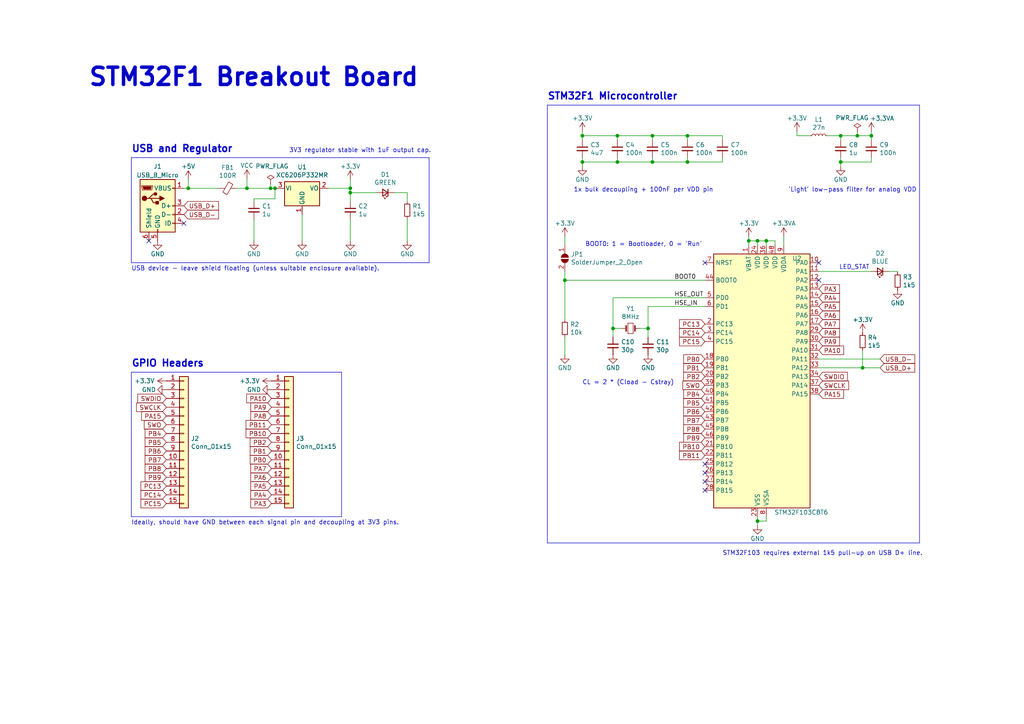
<source format=kicad_sch>
(kicad_sch (version 20230121) (generator eeschema)
  (paper "A4")
  (title_block (title "STM32F1 Breakout Board") (date "2020-11-21") (rev "V1.0") (company "Phil's Lab") (comment 1 "www.youtube.com/c/phils94"))
  (lib_symbols
    (symbol "Connector:USB_B_Micro" (pin_names (offset 1.016))
      (property "Reference" "J" (at -5.08 11.43 0))
      (property "Value" "USB_B_Micro" (at -5.08 8.89 0))
      (symbol "USB_B_Micro_0_1"
        (rectangle (start -5.08 -7.62) (end 5.08 7.62) (stroke (width 0.254)) (fill (type background)))
        (circle (center -3.81 2.159) (radius 0.635) (stroke (width 0.254)) (fill (type outline)))
        (circle (center -0.635 3.429) (radius 0.381) (stroke (width 0.254)) (fill (type outline)))
        (rectangle (start -0.127 -7.62) (end 0.127 -6.858))
        (polyline (pts (xy -1.905 2.159) (xy 0.635 2.159)) (stroke (width 0.254)))
        (polyline (pts (xy -3.175 2.159) (xy -2.54 2.159) (xy -1.27 3.429) (xy -0.635 3.429)) (stroke (width 0.254)))
        (polyline (pts (xy -2.54 2.159) (xy -1.905 2.159) (xy -1.27 0.889) (xy 0 0.889)) (stroke (width 0.254)))
        (polyline (pts (xy 0.635 2.794) (xy 0.635 1.524) (xy 1.905 2.159) (xy 0.635 2.794)) (stroke (width 0.254)) (fill (type outline)))
        (polyline (pts (xy -4.318 5.588) (xy -1.778 5.588) (xy -2.032 4.826) (xy -4.064 4.826) (xy -4.318 5.588)) (fill (type outline)))
        (polyline (pts (xy -4.699 5.842) (xy -4.699 5.588) (xy -4.445 4.826) (xy -4.445 4.572) (xy -1.651 4.572) (xy -1.651 4.826) (xy -1.397 5.588) (xy -1.397 5.842) (xy -4.699 5.842)))
        (rectangle (start 0.254 1.27) (end -0.508 0.508) (stroke (width 0.254)) (fill (type outline)))
        (rectangle (start 5.08 -5.207) (end 4.318 -4.953))
        (rectangle (start 5.08 -2.667) (end 4.318 -2.413))
        (rectangle (start 5.08 -0.127) (end 4.318 0.127))
        (rectangle (start 5.08 4.953) (end 4.318 5.207))
      )
      (symbol "USB_B_Micro_1_1"
        (pin power_out line (at 7.62 5.08 180) (length 2.54) (name "VBUS") (number "1"))
        (pin bidirectional line (at 7.62 -2.54 180) (length 2.54) (name "D-") (number "2"))
        (pin bidirectional line (at 7.62 0 180) (length 2.54) (name "D+") (number "3"))
        (pin passive line (at 7.62 -5.08 180) (length 2.54) (name "ID") (number "4"))
        (pin power_out line (at 0 -10.16 90) (length 2.54) (name "GND") (number "5"))
        (pin passive line (at -2.54 -10.16 90) (length 2.54) (name "Shield") (number "6"))
      )
    )
    (symbol "Connector_Generic:Conn_01x15" (pin_names (offset 1.016) hide)
      (property "Reference" "J" (at 0 20.32 0))
      (property "Value" "Conn_01x15" (at 0 -20.32 0))
      (symbol "Conn_01x15_1_1"
        (rectangle (start -1.27 -17.653) (end 0 -17.907) (stroke (width 0.1524)))
        (rectangle (start -1.27 -15.113) (end 0 -15.367) (stroke (width 0.1524)))
        (rectangle (start -1.27 -12.573) (end 0 -12.827) (stroke (width 0.1524)))
        (rectangle (start -1.27 -10.033) (end 0 -10.287) (stroke (width 0.1524)))
        (rectangle (start -1.27 -7.493) (end 0 -7.747) (stroke (width 0.1524)))
        (rectangle (start -1.27 -4.953) (end 0 -5.207) (stroke (width 0.1524)))
        (rectangle (start -1.27 -2.413) (end 0 -2.667) (stroke (width 0.1524)))
        (rectangle (start -1.27 0.127) (end 0 -0.127) (stroke (width 0.1524)))
        (rectangle (start -1.27 2.667) (end 0 2.413) (stroke (width 0.1524)))
        (rectangle (start -1.27 5.207) (end 0 4.953) (stroke (width 0.1524)))
        (rectangle (start -1.27 7.747) (end 0 7.493) (stroke (width 0.1524)))
        (rectangle (start -1.27 10.287) (end 0 10.033) (stroke (width 0.1524)))
        (rectangle (start -1.27 12.827) (end 0 12.573) (stroke (width 0.1524)))
        (rectangle (start -1.27 15.367) (end 0 15.113) (stroke (width 0.1524)))
        (rectangle (start -1.27 17.907) (end 0 17.653) (stroke (width 0.1524)))
        (rectangle (start -1.27 19.05) (end 1.27 -19.05) (stroke (width 0.254)) (fill (type background)))
        (pin passive line (at -5.08 17.78 0) (length 3.81) (name "Pin_1") (number "1"))
        (pin passive line (at -5.08 -5.08 0) (length 3.81) (name "Pin_10") (number "10"))
        (pin passive line (at -5.08 -7.62 0) (length 3.81) (name "Pin_11") (number "11"))
        (pin passive line (at -5.08 -10.16 0) (length 3.81) (name "Pin_12") (number "12"))
        (pin passive line (at -5.08 -12.7 0) (length 3.81) (name "Pin_13") (number "13"))
        (pin passive line (at -5.08 -15.24 0) (length 3.81) (name "Pin_14") (number "14"))
        (pin passive line (at -5.08 -17.78 0) (length 3.81) (name "Pin_15") (number "15"))
        (pin passive line (at -5.08 15.24 0) (length 3.81) (name "Pin_2") (number "2"))
        (pin passive line (at -5.08 12.7 0) (length 3.81) (name "Pin_3") (number "3"))
        (pin passive line (at -5.08 10.16 0) (length 3.81) (name "Pin_4") (number "4"))
        (pin passive line (at -5.08 7.62 0) (length 3.81) (name "Pin_5") (number "5"))
        (pin passive line (at -5.08 5.08 0) (length 3.81) (name "Pin_6") (number "6"))
        (pin passive line (at -5.08 2.54 0) (length 3.81) (name "Pin_7") (number "7"))
        (pin passive line (at -5.08 0 0) (length 3.81) (name "Pin_8") (number "8"))
        (pin passive line (at -5.08 -2.54 0) (length 3.81) (name "Pin_9") (number "9"))
      )
    )
    (symbol "Device:C_Small" (pin_numbers hide) (pin_names (offset 0.254) hide)
      (property "Reference" "C" (at 0.254 1.778 0))
      (property "Value" "C_Small" (at 0.254 -2.032 0))
      (symbol "C_Small_0_1"
        (polyline (pts (xy -1.524 -0.508) (xy 1.524 -0.508)) (stroke (width 0.3302)))
        (polyline (pts (xy -1.524 0.508) (xy 1.524 0.508)) (stroke (width 0.3048)))
      )
      (symbol "C_Small_1_1"
        (pin passive line (at 0 2.54 270) (length 2.032) (name "~") (number "1"))
        (pin passive line (at 0 -2.54 90) (length 2.032) (name "~") (number "2"))
      )
    )
    (symbol "Device:Crystal_Small" (pin_numbers hide) (pin_names (offset 1.016) hide)
      (property "Reference" "Y" (at 0 2.54 0))
      (property "Value" "Crystal_Small" (at 0 -2.54 0))
      (symbol "Crystal_Small_0_1"
        (rectangle (start -0.762 -1.524) (end 0.762 1.524))
        (polyline (pts (xy -1.27 -0.762) (xy -1.27 0.762)) (stroke (width 0.381)))
        (polyline (pts (xy 1.27 -0.762) (xy 1.27 0.762)) (stroke (width 0.381)))
      )
      (symbol "Crystal_Small_1_1"
        (pin passive line (at -2.54 0 0) (length 1.27) (name "1") (number "1"))
        (pin passive line (at 2.54 0 180) (length 1.27) (name "2") (number "2"))
      )
    )
    (symbol "Device:FerriteBead_Small" (pin_numbers hide) (pin_names (offset 0))
      (property "Reference" "FB" (at 1.905 1.27 0))
      (property "Value" "FerriteBead_Small" (at 1.905 -1.27 0))
      (symbol "FerriteBead_Small_0_1"
        (polyline (pts (xy 0 -1.27) (xy 0 -0.7874)))
        (polyline (pts (xy 0 0.889) (xy 0 1.2954)))
        (polyline (pts (xy -1.8288 0.2794) (xy -1.1176 1.4986) (xy 1.8288 -0.2032) (xy 1.1176 -1.4224) (xy -1.8288 0.2794)))
      )
      (symbol "FerriteBead_Small_1_1"
        (pin passive line (at 0 2.54 270) (length 1.27) (name "~") (number "1"))
        (pin passive line (at 0 -2.54 90) (length 1.27) (name "~") (number "2"))
      )
    )
    (symbol "Device:LED_Small" (pin_numbers hide) (pin_names (offset 0.254) hide)
      (property "Reference" "D" (at -1.27 3.175 0))
      (property "Value" "LED_Small" (at -4.445 -2.54 0))
      (symbol "LED_Small_0_1"
        (polyline (pts (xy -0.762 -1.016) (xy -0.762 1.016)) (stroke (width 0.254)))
        (polyline (pts (xy 1.016 0) (xy -0.762 0)))
        (polyline (pts (xy 0.762 -1.016) (xy -0.762 0) (xy 0.762 1.016) (xy 0.762 -1.016)) (stroke (width 0.254)))
        (polyline (pts (xy 0 0.762) (xy -0.508 1.27) (xy -0.254 1.27) (xy -0.508 1.27) (xy -0.508 1.016)))
        (polyline (pts (xy 0.508 1.27) (xy 0 1.778) (xy 0.254 1.778) (xy 0 1.778) (xy 0 1.524)))
      )
      (symbol "LED_Small_1_1"
        (pin passive line (at -2.54 0 0) (length 1.778) (name "K") (number "1"))
        (pin passive line (at 2.54 0 180) (length 1.778) (name "A") (number "2"))
      )
    )
    (symbol "Device:L_Small" (pin_numbers hide) (pin_names (offset 0.254) hide)
      (property "Reference" "L" (at 0.762 1.016 0))
      (property "Value" "L_Small" (at 0.762 -1.016 0))
      (symbol "L_Small_0_1"
        (arc (start 0 -2.032) (mid 0.5058 -1.524) (end 0 -1.016))
        (arc (start 0 -1.016) (mid 0.5058 -0.508) (end 0 0))
        (arc (start 0 0) (mid 0.5058 0.508) (end 0 1.016))
        (arc (start 0 1.016) (mid 0.5058 1.524) (end 0 2.032))
      )
      (symbol "L_Small_1_1"
        (pin passive line (at 0 2.54 270) (length 0.508) (name "~") (number "1"))
        (pin passive line (at 0 -2.54 90) (length 0.508) (name "~") (number "2"))
      )
    )
    (symbol "Device:R_Small" (pin_numbers hide) (pin_names (offset 0.254) hide)
      (property "Reference" "R" (at 0.762 0.508 0))
      (property "Value" "R_Small" (at 0.762 -1.016 0))
      (symbol "R_Small_0_1"
        (rectangle (start -0.762 1.778) (end 0.762 -1.778) (stroke (width 0.2032)))
      )
      (symbol "R_Small_1_1"
        (pin passive line (at 0 2.54 270) (length 0.762) (name "~") (number "1"))
        (pin passive line (at 0 -2.54 90) (length 0.762) (name "~") (number "2"))
      )
    )
    (symbol "Jumper:SolderJumper_2_Open" (pin_names (offset 0) hide)
      (property "Reference" "JP" (at 0 2.032 0))
      (property "Value" "SolderJumper_2_Open" (at 0 -2.54 0))
      (symbol "SolderJumper_2_Open_0_1"
        (arc (start -0.254 1.016) (mid -1.2656 0) (end -0.254 -1.016))
        (arc (start -0.254 1.016) (mid -1.2656 0) (end -0.254 -1.016) (fill (type outline)))
        (polyline (pts (xy -0.254 1.016) (xy -0.254 -1.016)))
        (polyline (pts (xy 0.254 1.016) (xy 0.254 -1.016)))
        (arc (start 0.254 -1.016) (mid 1.2656 0) (end 0.254 1.016))
        (arc (start 0.254 -1.016) (mid 1.2656 0) (end 0.254 1.016) (fill (type outline)))
      )
      (symbol "SolderJumper_2_Open_1_1"
        (pin passive line (at -3.81 0 0) (length 2.54) (name "A") (number "1"))
        (pin passive line (at 3.81 0 180) (length 2.54) (name "B") (number "2"))
      )
    )
    (symbol "MCU_ST_STM32F1:STM32F103C8Tx"
      (property "Reference" "U" (at -12.7 39.37 0))
      (property "Value" "STM32F103C8Tx" (at 10.16 39.37 0))
      (symbol "STM32F103C8Tx_0_1"
        (rectangle (start -12.7 -35.56) (end 15.24 38.1) (stroke (width 0.254)) (fill (type background)))
      )
      (symbol "STM32F103C8Tx_1_1"
        (pin power_in line (at -2.54 40.64 270) (length 2.54) (name "VBAT") (number "1"))
        (pin bidirectional line (at 17.78 35.56 180) (length 2.54) (name "PA0") (number "10"))
        (pin bidirectional line (at 17.78 33.02 180) (length 2.54) (name "PA1") (number "11"))
        (pin bidirectional line (at 17.78 30.48 180) (length 2.54) (name "PA2") (number "12"))
        (pin bidirectional line (at 17.78 27.94 180) (length 2.54) (name "PA3") (number "13"))
        (pin bidirectional line (at 17.78 25.4 180) (length 2.54) (name "PA4") (number "14"))
        (pin bidirectional line (at 17.78 22.86 180) (length 2.54) (name "PA5") (number "15"))
        (pin bidirectional line (at 17.78 20.32 180) (length 2.54) (name "PA6") (number "16"))
        (pin bidirectional line (at 17.78 17.78 180) (length 2.54) (name "PA7") (number "17"))
        (pin bidirectional line (at -15.24 7.62 0) (length 2.54) (name "PB0") (number "18"))
        (pin bidirectional line (at -15.24 5.08 0) (length 2.54) (name "PB1") (number "19"))
        (pin bidirectional line (at -15.24 17.78 0) (length 2.54) (name "PC13") (number "2"))
        (pin bidirectional line (at -15.24 2.54 0) (length 2.54) (name "PB2") (number "20"))
        (pin bidirectional line (at -15.24 -17.78 0) (length 2.54) (name "PB10") (number "21"))
        (pin bidirectional line (at -15.24 -20.32 0) (length 2.54) (name "PB11") (number "22"))
        (pin power_in line (at 0 -38.1 90) (length 2.54) (name "VSS") (number "23"))
        (pin power_in line (at 0 40.64 270) (length 2.54) (name "VDD") (number "24"))
        (pin bidirectional line (at -15.24 -22.86 0) (length 2.54) (name "PB12") (number "25"))
        (pin bidirectional line (at -15.24 -25.4 0) (length 2.54) (name "PB13") (number "26"))
        (pin bidirectional line (at -15.24 -27.94 0) (length 2.54) (name "PB14") (number "27"))
        (pin bidirectional line (at -15.24 -30.48 0) (length 2.54) (name "PB15") (number "28"))
        (pin bidirectional line (at 17.78 15.24 180) (length 2.54) (name "PA8") (number "29"))
        (pin bidirectional line (at -15.24 15.24 0) (length 2.54) (name "PC14") (number "3"))
        (pin bidirectional line (at 17.78 12.7 180) (length 2.54) (name "PA9") (number "30"))
        (pin bidirectional line (at 17.78 10.16 180) (length 2.54) (name "PA10") (number "31"))
        (pin bidirectional line (at 17.78 7.62 180) (length 2.54) (name "PA11") (number "32"))
        (pin bidirectional line (at 17.78 5.08 180) (length 2.54) (name "PA12") (number "33"))
        (pin bidirectional line (at 17.78 2.54 180) (length 2.54) (name "PA13") (number "34"))
        (pin passive line (at 0 -38.1 90) (length 2.54) hide (name "VSS") (number "35"))
        (pin power_in line (at 2.54 40.64 270) (length 2.54) (name "VDD") (number "36"))
        (pin bidirectional line (at 17.78 0 180) (length 2.54) (name "PA14") (number "37"))
        (pin bidirectional line (at 17.78 -2.54 180) (length 2.54) (name "PA15") (number "38"))
        (pin bidirectional line (at -15.24 0 0) (length 2.54) (name "PB3") (number "39"))
        (pin bidirectional line (at -15.24 12.7 0) (length 2.54) (name "PC15") (number "4"))
        (pin bidirectional line (at -15.24 -2.54 0) (length 2.54) (name "PB4") (number "40"))
        (pin bidirectional line (at -15.24 -5.08 0) (length 2.54) (name "PB5") (number "41"))
        (pin bidirectional line (at -15.24 -7.62 0) (length 2.54) (name "PB6") (number "42"))
        (pin bidirectional line (at -15.24 -10.16 0) (length 2.54) (name "PB7") (number "43"))
        (pin input line (at -15.24 30.48 0) (length 2.54) (name "BOOT0") (number "44"))
        (pin bidirectional line (at -15.24 -12.7 0) (length 2.54) (name "PB8") (number "45"))
        (pin bidirectional line (at -15.24 -15.24 0) (length 2.54) (name "PB9") (number "46"))
        (pin passive line (at 0 -38.1 90) (length 2.54) hide (name "VSS") (number "47"))
        (pin power_in line (at 5.08 40.64 270) (length 2.54) (name "VDD") (number "48"))
        (pin bidirectional line (at -15.24 25.4 0) (length 2.54) (name "PD0") (number "5"))
        (pin bidirectional line (at -15.24 22.86 0) (length 2.54) (name "PD1") (number "6"))
        (pin input line (at -15.24 35.56 0) (length 2.54) (name "NRST") (number "7"))
        (pin power_in line (at 2.54 -38.1 90) (length 2.54) (name "VSSA") (number "8"))
        (pin power_in line (at 7.62 40.64 270) (length 2.54) (name "VDDA") (number "9"))
      )
    )
    (symbol "Regulator_Linear:XC6206PxxxMR" (pin_names (offset 0.254))
      (property "Reference" "U" (at -3.81 3.175 0))
      (property "Value" "XC6206PxxxMR" (at 0 3.175 0))
      (symbol "XC6206PxxxMR_0_1"
        (rectangle (start -5.08 1.905) (end 5.08 -5.08) (stroke (width 0.254)) (fill (type background)))
      )
      (symbol "XC6206PxxxMR_1_1"
        (pin power_in line (at 0 -7.62 90) (length 2.54) (name "GND") (number "1"))
        (pin power_out line (at 7.62 0 180) (length 2.54) (name "VO") (number "2"))
        (pin power_in line (at -7.62 0 0) (length 2.54) (name "VI") (number "3"))
      )
    )
    (symbol "power:+3.3V" (power) (pin_names (offset 0))
      (property "Value" "+3.3V" (at 0 3.556 0))
      (symbol "+3.3V_0_1"
        (polyline (pts (xy -0.762 1.27) (xy 0 2.54)))
        (polyline (pts (xy 0 0) (xy 0 2.54)))
        (polyline (pts (xy 0 2.54) (xy 0.762 1.27)))
      )
      (symbol "+3.3V_1_1"
        (pin power_in line (at 0 0 90) (length 0) hide (name "+3.3V") (number "1"))
      )
    )
    (symbol "power:+3.3VA" (power) (pin_names (offset 0))
      (property "Value" "+3.3VA" (at 0 3.556 0))
      (symbol "+3.3VA_0_1"
        (polyline (pts (xy -0.762 1.27) (xy 0 2.54)))
        (polyline (pts (xy 0 0) (xy 0 2.54)))
        (polyline (pts (xy 0 2.54) (xy 0.762 1.27)))
      )
      (symbol "+3.3VA_1_1"
        (pin power_in line (at 0 0 90) (length 0) hide (name "+3.3VA") (number "1"))
      )
    )
    (symbol "power:+5V" (power) (pin_names (offset 0))
      (property "Value" "+5V" (at 0 3.556 0))
      (symbol "+5V_0_1"
        (polyline (pts (xy -0.762 1.27) (xy 0 2.54)))
        (polyline (pts (xy 0 0) (xy 0 2.54)))
        (polyline (pts (xy 0 2.54) (xy 0.762 1.27)))
      )
      (symbol "+5V_1_1"
        (pin power_in line (at 0 0 90) (length 0) hide (name "+5V") (number "1"))
      )
    )
    (symbol "power:GND" (power) (pin_names (offset 0))
      (property "Value" "GND" (at 0 -3.81 0))
      (symbol "GND_0_1"
        (polyline (pts (xy 0 0) (xy 0 -1.27) (xy 1.27 -1.27) (xy 0 -2.54) (xy -1.27 -1.27) (xy 0 -1.27)))
      )
      (symbol "GND_1_1"
        (pin power_in line (at 0 0 270) (length 0) hide (name "GND") (number "1"))
      )
    )
    (symbol "power:PWR_FLAG" (power) (pin_numbers hide) (pin_names (offset 0) hide)
      (property "Value" "PWR_FLAG" (at 0 3.81 0))
      (symbol "PWR_FLAG_0_0"
        (pin power_out line (at 0 0 90) (length 0) (name "pwr") (number "1"))
      )
      (symbol "PWR_FLAG_0_1"
        (polyline (pts (xy 0 0) (xy 0 1.27) (xy -1.016 1.905) (xy 0 2.54) (xy 1.016 1.905) (xy 0 1.27)))
      )
    )
    (symbol "power:VCC" (power) (pin_names (offset 0))
      (property "Value" "VCC" (at 0 3.81 0))
      (symbol "VCC_0_1"
        (polyline (pts (xy -0.762 1.27) (xy 0 2.54)))
        (polyline (pts (xy 0 0) (xy 0 2.54)))
        (polyline (pts (xy 0 2.54) (xy 0.762 1.27)))
      )
      (symbol "VCC_1_1"
        (pin power_in line (at 0 0 90) (length 0) hide (name "VCC") (number "1"))
      )
    )
  )
  (junction (at 163.83 81.28))
  (junction (at 177.8 95.25))
  (junction (at 187.96 95.25))
  (junction (at 71.628 54.61))
  (junction (at 199.39 39.37))
  (junction (at 199.39 46.99))
  (junction (at 243.84 46.99))
  (junction (at 101.6 54.61))
  (junction (at 243.84 39.37))
  (junction (at 219.71 69.85))
  (junction (at 168.91 39.37))
  (junction (at 168.91 46.99))
  (junction (at 222.25 69.85))
  (junction (at 219.71 151.13))
  (junction (at 78.486 54.61))
  (junction (at 189.23 39.37))
  (junction (at 250.19 106.68))
  (junction (at 79.756 54.61))
  (junction (at 101.6 55.88))
  (junction (at 179.07 39.37))
  (junction (at 54.61 54.61))
  (junction (at 248.666 39.37))
  (junction (at 217.17 69.85))
  (junction (at 189.23 46.99))
  (junction (at 179.07 46.99))
  (junction (at 252.73 39.37))
  (no_connect (at 204.47 134.62))
  (no_connect (at 204.47 137.16))
  (no_connect (at 43.18 69.85))
  (no_connect (at 204.47 76.2))
  (no_connect (at 204.47 142.24))
  (no_connect (at 53.34 64.77))
  (no_connect (at 237.49 81.28))
  (no_connect (at 204.47 139.7))
  (no_connect (at 237.49 76.2))
  (wire (pts (xy 187.96 88.9) (xy 204.47 88.9)))
  (wire (pts (xy 168.91 46.99) (xy 179.07 46.99)))
  (wire (pts (xy 163.83 81.28) (xy 163.83 92.71)))
  (wire (pts (xy 252.73 40.64) (xy 252.73 39.37)))
  (polyline (pts (xy 266.7 157.48) (xy 266.7 30.48)))
  (wire (pts (xy 79.756 54.61) (xy 80.01 54.61)))
  (polyline (pts (xy 124.46 76.2) (xy 124.46 45.72)))
  (wire (pts (xy 199.39 46.99) (xy 209.55 46.99)))
  (wire (pts (xy 237.49 78.74) (xy 252.73 78.74)))
  (wire (pts (xy 177.8 97.79) (xy 177.8 95.25)))
  (wire (pts (xy 219.71 151.13) (xy 222.25 151.13)))
  (wire (pts (xy 177.8 95.25) (xy 180.34 95.25)))
  (wire (pts (xy 231.14 38.1) (xy 231.14 39.37)))
  (wire (pts (xy 189.23 39.37) (xy 179.07 39.37)))
  (polyline (pts (xy 158.75 157.48) (xy 266.7 157.48)))
  (wire (pts (xy 163.83 78.74) (xy 163.83 81.28)))
  (wire (pts (xy 199.39 40.64) (xy 199.39 39.37)))
  (wire (pts (xy 219.71 71.12) (xy 219.71 69.85)))
  (polyline (pts (xy 99.06 149.86) (xy 99.06 107.95)))
  (wire (pts (xy 118.11 55.88) (xy 114.3 55.88)))
  (polyline (pts (xy 38.1 76.2) (xy 124.46 76.2)))
  (wire (pts (xy 179.07 39.37) (xy 168.91 39.37)))
  (wire (pts (xy 209.55 45.72) (xy 209.55 46.99)))
  (wire (pts (xy 168.91 38.1) (xy 168.91 39.37)))
  (wire (pts (xy 101.6 52.07) (xy 101.6 54.61)))
  (polyline (pts (xy 158.75 30.48) (xy 158.75 157.48)))
  (polyline (pts (xy 266.7 30.48) (xy 158.75 30.48)))
  (wire (pts (xy 185.42 95.25) (xy 187.96 95.25)))
  (polyline (pts (xy 38.1 45.72) (xy 38.1 76.2)))
  (wire (pts (xy 95.25 54.61) (xy 101.6 54.61)))
  (wire (pts (xy 217.17 69.85) (xy 217.17 71.12)))
  (wire (pts (xy 109.22 55.88) (xy 101.6 55.88)))
  (wire (pts (xy 54.61 54.61) (xy 63.5 54.61)))
  (wire (pts (xy 163.83 68.58) (xy 163.83 71.12)))
  (wire (pts (xy 204.47 81.28) (xy 163.83 81.28)))
  (wire (pts (xy 217.17 69.85) (xy 219.71 69.85)))
  (wire (pts (xy 177.8 86.36) (xy 177.8 95.25)))
  (wire (pts (xy 71.628 54.61) (xy 78.486 54.61)))
  (wire (pts (xy 79.756 54.61) (xy 79.756 57.658)))
  (wire (pts (xy 71.628 51.816) (xy 71.628 54.61)))
  (wire (pts (xy 227.33 68.58) (xy 227.33 71.12)))
  (wire (pts (xy 101.6 55.88) (xy 101.6 58.42)))
  (wire (pts (xy 73.66 69.85) (xy 73.66 63.5)))
  (wire (pts (xy 222.25 71.12) (xy 222.25 69.85)))
  (wire (pts (xy 240.03 39.37) (xy 243.84 39.37)))
  (polyline (pts (xy 38.1 149.86) (xy 99.06 149.86)))
  (wire (pts (xy 231.14 39.37) (xy 234.95 39.37)))
  (wire (pts (xy 118.11 58.42) (xy 118.11 55.88)))
  (wire (pts (xy 168.91 45.72) (xy 168.91 46.99)))
  (wire (pts (xy 79.756 54.61) (xy 78.486 54.61)))
  (wire (pts (xy 54.61 52.07) (xy 54.61 54.61)))
  (wire (pts (xy 219.71 69.85) (xy 222.25 69.85)))
  (wire (pts (xy 118.11 69.85) (xy 118.11 63.5)))
  (polyline (pts (xy 38.1 107.95) (xy 38.1 149.86)))
  (wire (pts (xy 250.19 106.68) (xy 237.49 106.68)))
  (wire (pts (xy 219.71 152.4) (xy 219.71 151.13)))
  (polyline (pts (xy 38.1 107.95) (xy 99.06 107.95)))
  (wire (pts (xy 224.79 69.85) (xy 224.79 71.12)))
  (wire (pts (xy 187.96 95.25) (xy 187.96 88.9)))
  (wire (pts (xy 243.84 46.99) (xy 252.73 46.99)))
  (wire (pts (xy 255.27 104.14) (xy 237.49 104.14)))
  (wire (pts (xy 179.07 46.99) (xy 189.23 46.99)))
  (wire (pts (xy 73.66 57.658) (xy 73.66 58.42)))
  (wire (pts (xy 189.23 46.99) (xy 199.39 46.99)))
  (wire (pts (xy 168.91 39.37) (xy 168.91 40.64)))
  (wire (pts (xy 78.486 53.34) (xy 78.486 54.61)))
  (wire (pts (xy 209.55 39.37) (xy 199.39 39.37)))
  (polyline (pts (xy 38.1 45.72) (xy 124.46 45.72)))
  (wire (pts (xy 187.96 97.79) (xy 187.96 95.25)))
  (wire (pts (xy 252.73 39.37) (xy 248.666 39.37)))
  (wire (pts (xy 243.84 45.72) (xy 243.84 46.99)))
  (wire (pts (xy 101.6 69.85) (xy 101.6 63.5)))
  (wire (pts (xy 79.756 57.658) (xy 73.66 57.658)))
  (wire (pts (xy 179.07 39.37) (xy 179.07 40.64)))
  (wire (pts (xy 101.6 54.61) (xy 101.6 55.88)))
  (wire (pts (xy 248.666 38.354) (xy 248.666 39.37)))
  (wire (pts (xy 219.71 151.13) (xy 219.71 149.86)))
  (wire (pts (xy 248.666 39.37) (xy 243.84 39.37)))
  (wire (pts (xy 189.23 40.64) (xy 189.23 39.37)))
  (wire (pts (xy 189.23 45.72) (xy 189.23 46.99)))
  (wire (pts (xy 199.39 39.37) (xy 189.23 39.37)))
  (wire (pts (xy 252.73 38.1) (xy 252.73 39.37)))
  (wire (pts (xy 199.39 45.72) (xy 199.39 46.99)))
  (wire (pts (xy 222.25 69.85) (xy 224.79 69.85)))
  (wire (pts (xy 250.19 101.6) (xy 250.19 106.68)))
  (wire (pts (xy 217.17 68.58) (xy 217.17 69.85)))
  (wire (pts (xy 204.47 86.36) (xy 177.8 86.36)))
  (wire (pts (xy 68.58 54.61) (xy 71.628 54.61)))
  (wire (pts (xy 168.91 46.99) (xy 168.91 48.26)))
  (wire (pts (xy 243.84 48.26) (xy 243.84 46.99)))
  (wire (pts (xy 260.35 78.74) (xy 260.35 78.994)))
  (wire (pts (xy 252.73 46.99) (xy 252.73 45.72)))
  (wire (pts (xy 53.34 54.61) (xy 54.61 54.61)))
  (wire (pts (xy 222.25 149.86) (xy 222.25 151.13)))
  (wire (pts (xy 163.83 102.87) (xy 163.83 97.79)))
  (wire (pts (xy 255.27 106.68) (xy 250.19 106.68)))
  (wire (pts (xy 179.07 46.99) (xy 179.07 45.72)))
  (wire (pts (xy 87.63 69.85) (xy 87.63 62.23)))
  (wire (pts (xy 209.55 40.64) (xy 209.55 39.37)))
  (wire (pts (xy 243.84 40.64) (xy 243.84 39.37)))
  (wire (pts (xy 260.35 78.74) (xy 257.81 78.74)))
  (text "3V3 regulator stable with 1uF output cap." (at 83.82 44.45 0) (effects (font (size 1.27 1.27)) (justify left bottom)))
  (text "CL = 2 * (Cload - Cstray)" (at 168.91 111.76 0) (effects (font (size 1.27 1.27)) (justify left bottom)))
  (text "USB device - leave shield floating (unless suitable enclosure available)." (at 38.1 78.74 0) (effects (font (size 1.27 1.27)) (justify left bottom)))
  (text "Ideally, should have GND between each signal pin and decoupling at 3V3 pins." (at 38.1 152.4 0) (effects (font (size 1.27 1.27)) (justify left bottom)))
  (text "STM32F1 Microcontroller" (at 158.75 29.21 0) (effects (font (size 2.0066 2.0066) (thickness 0.4013) bold) (justify left bottom)))
  (text "'Light' low-pass filter for analog VDD" (at 228.6 55.88 0) (effects (font (size 1.27 1.27)) (justify left bottom)))
  (text "USB and Regulator" (at 38.1 44.45 0) (effects (font (size 2.0066 2.0066) (thickness 0.4013) bold) (justify left bottom)))
  (text "STM32F1 Breakout Board" (at 25.4 25.4 0) (effects (font (size 5.0038 5.0038) (thickness 1.0008) bold) (justify left bottom)))
  (text "1x bulk decoupling + 100nF per VDD pin" (at 166.37 55.88 0) (effects (font (size 1.27 1.27)) (justify left bottom)))
  (text "GPIO Headers" (at 38.1 106.68 0) (effects (font (size 2.0066 2.0066) (thickness 0.4013) bold) (justify left bottom)))
  (text "LED_STAT" (at 243.3828 78.3336 0) (effects (font (size 1.27 1.27)) (justify left bottom)))
  (text "STM32F103 requires external 1k5 pull-up on USB D+ line." (at 209.55 161.29 0) (effects (font (size 1.27 1.27)) (justify left bottom)))
  (text "BOOT0: 1 = Bootloader, 0 = 'Run'" (at 169.7228 71.6788 0) (effects (font (size 1.27 1.27)) (justify left bottom)))
  (label "HSE_OUT" (at 195.58 86.36 0))
  (label "BOOT0" (at 195.58 81.28 0))
  (label "HSE_IN" (at 195.58 88.9 0))
  (global_label "PA6" (shape input) (at 237.49 91.44 0) (property "Intersheetrefs" "${INTERSHEET_REFS}" (effects hide)))
  (global_label "PA7" (shape input) (at 78.74 135.89 180) (property "Intersheetrefs" "${INTERSHEET_REFS}" (effects hide)))
  (global_label "PB2" (shape input) (at 78.74 128.27 180) (property "Intersheetrefs" "${INTERSHEET_REFS}" (effects hide)))
  (global_label "PC15" (shape input) (at 204.47 99.06 180) (property "Intersheetrefs" "${INTERSHEET_REFS}" (effects hide)))
  (global_label "PA7" (shape input) (at 237.49 93.98 0) (property "Intersheetrefs" "${INTERSHEET_REFS}" (effects hide)))
  (global_label "PA6" (shape input) (at 78.74 138.43 180) (property "Intersheetrefs" "${INTERSHEET_REFS}" (effects hide)))
  (global_label "PA15" (shape input) (at 48.26 120.65 180) (property "Intersheetrefs" "${INTERSHEET_REFS}" (effects hide)))
  (global_label "PB10" (shape input) (at 204.47 129.54 180) (property "Intersheetrefs" "${INTERSHEET_REFS}" (effects hide)))
  (global_label "PB11" (shape input) (at 78.74 123.19 180) (property "Intersheetrefs" "${INTERSHEET_REFS}" (effects hide)))
  (global_label "PA4" (shape input) (at 237.49 86.36 0) (property "Intersheetrefs" "${INTERSHEET_REFS}" (effects hide)))
  (global_label "USB_D+" (shape input) (at 255.27 106.68 0) (property "Intersheetrefs" "${INTERSHEET_REFS}" (effects hide)))
  (global_label "PA9" (shape input) (at 78.74 118.11 180) (property "Intersheetrefs" "${INTERSHEET_REFS}" (effects hide)))
  (global_label "SWO" (shape input) (at 48.26 123.19 180) (property "Intersheetrefs" "${INTERSHEET_REFS}" (effects hide)))
  (global_label "PC13" (shape input) (at 204.47 93.98 180) (property "Intersheetrefs" "${INTERSHEET_REFS}" (effects hide)))
  (global_label "USB_D-" (shape input) (at 53.34 62.23 0) (property "Intersheetrefs" "${INTERSHEET_REFS}" (effects hide)))
  (global_label "PB7" (shape input) (at 48.26 133.35 180) (property "Intersheetrefs" "${INTERSHEET_REFS}" (effects hide)))
  (global_label "PB8" (shape input) (at 204.47 124.46 180) (property "Intersheetrefs" "${INTERSHEET_REFS}" (effects hide)))
  (global_label "PB2" (shape input) (at 204.47 109.22 180) (property "Intersheetrefs" "${INTERSHEET_REFS}" (effects hide)))
  (global_label "PB5" (shape input) (at 204.47 116.84 180) (property "Intersheetrefs" "${INTERSHEET_REFS}" (effects hide)))
  (global_label "PB0" (shape input) (at 204.47 104.14 180) (property "Intersheetrefs" "${INTERSHEET_REFS}" (effects hide)))
  (global_label "PC14" (shape input) (at 48.26 143.51 180) (property "Intersheetrefs" "${INTERSHEET_REFS}" (effects hide)))
  (global_label "PA8" (shape input) (at 78.74 120.65 180) (property "Intersheetrefs" "${INTERSHEET_REFS}" (effects hide)))
  (global_label "USB_D-" (shape input) (at 255.27 104.14 0) (property "Intersheetrefs" "${INTERSHEET_REFS}" (effects hide)))
  (global_label "PA15" (shape input) (at 237.49 114.3 0) (property "Intersheetrefs" "${INTERSHEET_REFS}" (effects hide)))
  (global_label "PA9" (shape input) (at 237.49 99.06 0) (property "Intersheetrefs" "${INTERSHEET_REFS}" (effects hide)))
  (global_label "PB9" (shape input) (at 48.26 138.43 180) (property "Intersheetrefs" "${INTERSHEET_REFS}" (effects hide)))
  (global_label "PB6" (shape input) (at 48.26 130.81 180) (property "Intersheetrefs" "${INTERSHEET_REFS}" (effects hide)))
  (global_label "PA10" (shape input) (at 237.49 101.6 0) (property "Intersheetrefs" "${INTERSHEET_REFS}" (effects hide)))
  (global_label "PB6" (shape input) (at 204.47 119.38 180) (property "Intersheetrefs" "${INTERSHEET_REFS}" (effects hide)))
  (global_label "PB4" (shape input) (at 48.26 125.73 180) (property "Intersheetrefs" "${INTERSHEET_REFS}" (effects hide)))
  (global_label "SWDIO" (shape input) (at 237.49 109.22 0) (property "Intersheetrefs" "${INTERSHEET_REFS}" (effects hide)))
  (global_label "PB1" (shape input) (at 78.74 130.81 180) (property "Intersheetrefs" "${INTERSHEET_REFS}" (effects hide)))
  (global_label "PC13" (shape input) (at 48.26 140.97 180) (property "Intersheetrefs" "${INTERSHEET_REFS}" (effects hide)))
  (global_label "PA10" (shape input) (at 78.74 115.57 180) (property "Intersheetrefs" "${INTERSHEET_REFS}" (effects hide)))
  (global_label "PA3" (shape input) (at 78.74 146.05 180) (property "Intersheetrefs" "${INTERSHEET_REFS}" (effects hide)))
  (global_label "PC14" (shape input) (at 204.47 96.52 180) (property "Intersheetrefs" "${INTERSHEET_REFS}" (effects hide)))
  (global_label "PA5" (shape input) (at 237.49 88.9 0) (property "Intersheetrefs" "${INTERSHEET_REFS}" (effects hide)))
  (global_label "PB10" (shape input) (at 78.74 125.73 180) (property "Intersheetrefs" "${INTERSHEET_REFS}" (effects hide)))
  (global_label "PC15" (shape input) (at 48.26 146.05 180) (property "Intersheetrefs" "${INTERSHEET_REFS}" (effects hide)))
  (global_label "PB5" (shape input) (at 48.26 128.27 180) (property "Intersheetrefs" "${INTERSHEET_REFS}" (effects hide)))
  (global_label "PA3" (shape input) (at 237.49 83.82 0) (property "Intersheetrefs" "${INTERSHEET_REFS}" (effects hide)))
  (global_label "PA5" (shape input) (at 78.74 140.97 180) (property "Intersheetrefs" "${INTERSHEET_REFS}" (effects hide)))
  (global_label "PB4" (shape input) (at 204.47 114.3 180) (property "Intersheetrefs" "${INTERSHEET_REFS}" (effects hide)))
  (global_label "PA8" (shape input) (at 237.49 96.52 0) (property "Intersheetrefs" "${INTERSHEET_REFS}" (effects hide)))
  (global_label "PB8" (shape input) (at 48.26 135.89 180) (property "Intersheetrefs" "${INTERSHEET_REFS}" (effects hide)))
  (global_label "PB1" (shape input) (at 204.47 106.68 180) (property "Intersheetrefs" "${INTERSHEET_REFS}" (effects hide)))
  (global_label "PB7" (shape input) (at 204.47 121.92 180) (property "Intersheetrefs" "${INTERSHEET_REFS}" (effects hide)))
  (global_label "PB11" (shape input) (at 204.47 132.08 180) (property "Intersheetrefs" "${INTERSHEET_REFS}" (effects hide)))
  (global_label "USB_D+" (shape input) (at 53.34 59.69 0) (property "Intersheetrefs" "${INTERSHEET_REFS}" (effects hide)))
  (global_label "PB0" (shape input) (at 78.74 133.35 180) (property "Intersheetrefs" "${INTERSHEET_REFS}" (effects hide)))
  (global_label "SWCLK" (shape input) (at 48.26 118.11 180) (property "Intersheetrefs" "${INTERSHEET_REFS}" (effects hide)))
  (global_label "PA4" (shape input) (at 78.74 143.51 180) (property "Intersheetrefs" "${INTERSHEET_REFS}" (effects hide)))
  (global_label "PB9" (shape input) (at 204.47 127 180) (property "Intersheetrefs" "${INTERSHEET_REFS}" (effects hide)))
  (global_label "SWCLK" (shape input) (at 237.49 111.76 0) (property "Intersheetrefs" "${INTERSHEET_REFS}" (effects hide)))
  (global_label "SWO" (shape input) (at 204.47 111.76 180) (property "Intersheetrefs" "${INTERSHEET_REFS}" (effects hide)))
  (global_label "SWDIO" (shape input) (at 48.26 115.57 180) (property "Intersheetrefs" "${INTERSHEET_REFS}" (effects hide)))
  (symbol (lib_id "MCU_ST_STM32F1:STM32F103C8Tx") (at 219.71 111.76 0) (unit 1)
    (property "Reference" "U2" (at 231.14 74.93 0))
    (property "Value" "STM32F103C8T6" (at 232.41 148.59 0))
    (property "Footprint" "Package_QFP:LQFP-48_7x7mm_P0.5mm" (effects hide))
    (property "Datasheet" "http://www.st.com/st-web-ui/static/active/en/resource/technical/document/datasheet/CD00161566.pdf" (effects hide))
    (property "LCSC Part #" "C8734" (effects hide))
  )
  (symbol (lib_id "power:+3.3V") (at 217.17 68.58 0) (unit 1)
    (property "Reference" "#PWR012" (effects hide))
    (property "Value" "+3.3V" (at 217.17 64.77 0))
  )
  (symbol (lib_id "power:+3.3VA") (at 227.33 68.58 0) (unit 1)
    (property "Reference" "#PWR014" (effects hide))
    (property "Value" "+3.3VA" (at 227.33 64.77 0))
  )
  (symbol (lib_id "power:GND") (at 219.71 152.4 0) (unit 1)
    (property "Reference" "#PWR013" (effects hide))
    (property "Value" "GND" (at 219.71 156.21 0))
  )
  (symbol (lib_id "Connector:USB_B_Micro") (at 45.72 59.69 0) (unit 1)
    (property "Reference" "J1" (at 45.72 48.26 0))
    (property "Value" "USB_B_Micro" (at 45.72 50.8 0))
    (property "Footprint" "Connector_USB:USB_Micro-B_Wuerth_629105150521" (effects hide))
  )
  (symbol (lib_id "power:GND") (at 45.72 69.85 0) (mirror y) (unit 1)
    (property "Reference" "#PWR01" (effects hide))
    (property "Value" "GND" (at 45.72 73.66 0))
  )
  (symbol (lib_id "power:VCC") (at 71.628 51.816 0) (mirror y) (unit 1)
    (property "Reference" "#PWR08" (effects hide))
    (property "Value" "VCC" (at 71.628 48.006 0))
  )
  (symbol (lib_id "Device:C_Small") (at 187.96 100.33 0) (unit 1)
    (property "Reference" "C11" (at 190.2968 99.1616 0) (effects (justify left)))
    (property "Value" "30p" (at 190.2968 101.473 0) (effects (justify left)))
    (property "Footprint" "Capacitor_SMD:C_0402_1005Metric" (effects hide))
    (property "LCSC Part #" "C1570" (effects hide))
  )
  (symbol (lib_id "Device:C_Small") (at 177.8 100.33 0) (unit 1)
    (property "Reference" "C10" (at 180.1368 99.1616 0) (effects (justify left)))
    (property "Value" "30p" (at 180.1368 101.473 0) (effects (justify left)))
    (property "Footprint" "Capacitor_SMD:C_0402_1005Metric" (effects hide))
    (property "LCSC Part #" "C1570" (effects hide))
  )
  (symbol (lib_id "Device:Crystal_Small") (at 182.88 95.25 0) (unit 1)
    (property "Reference" "Y1" (at 182.88 89.535 0))
    (property "Value" "8MHz" (at 182.88 91.8464 0))
    (property "Footprint" "Crystal:Crystal_SMD_5032-2Pin_5.0x3.2mm" (effects hide))
    (property "LCSC Part #" "C115962" (effects hide))
  )
  (symbol (lib_id "power:GND") (at 177.8 102.87 0) (unit 1)
    (property "Reference" "#PWR05" (effects hide))
    (property "Value" "GND" (at 177.8 106.68 0))
  )
  (symbol (lib_id "power:GND") (at 187.96 102.87 0) (unit 1)
    (property "Reference" "#PWR07" (effects hide))
    (property "Value" "GND" (at 187.96 106.68 0))
  )
  (symbol (lib_id "Jumper:SolderJumper_2_Open") (at 163.83 74.93 270) (unit 1)
    (property "Reference" "JP1" (at 165.5572 73.7616 90) (effects (justify left)))
    (property "Value" "SolderJumper_2_Open" (at 165.5572 76.073 90) (effects (justify left)))
    (property "Footprint" "Jumper:SolderJumper-2_P1.3mm_Open_Pad1.0x1.5mm" (effects hide))
  )
  (symbol (lib_id "Device:R_Small") (at 163.83 95.25 0) (unit 1)
    (property "Reference" "R2" (at 165.3286 94.0816 0) (effects (justify left)))
    (property "Value" "10k" (at 165.3286 96.393 0) (effects (justify left)))
    (property "Footprint" "Resistor_SMD:R_0402_1005Metric" (effects hide))
    (property "LCSC Part #" "C25744" (effects hide))
  )
  (symbol (lib_id "power:GND") (at 163.83 102.87 0) (unit 1)
    (property "Reference" "#PWR03" (effects hide))
    (property "Value" "GND" (at 163.83 106.68 0))
  )
  (symbol (lib_id "power:+3.3V") (at 163.83 68.58 0) (unit 1)
    (property "Reference" "#PWR02" (effects hide))
    (property "Value" "+3.3V" (at 163.83 64.77 0))
  )
  (symbol (lib_id "Device:LED_Small") (at 255.27 78.74 180) (unit 1)
    (property "Reference" "D2" (at 255.27 73.4822 0))
    (property "Value" "BLUE" (at 255.27 75.7936 0))
    (property "Footprint" "LED_SMD:LED_0603_1608Metric" (effects hide))
    (property "LCSC Part #" "C72041" (effects hide))
  )
  (symbol (lib_id "Device:R_Small") (at 260.35 81.534 0) (unit 1)
    (property "Reference" "R3" (at 261.8486 80.3656 0) (effects (justify left)))
    (property "Value" "1k5" (at 261.8486 82.677 0) (effects (justify left)))
    (property "Footprint" "Resistor_SMD:R_0603_1608Metric" (effects hide))
    (property "LCSC Part #" "C22843" (effects hide))
  )
  (symbol (lib_id "power:GND") (at 260.35 84.074 0) (unit 1)
    (property "Reference" "#PWR017" (effects hide))
    (property "Value" "GND" (at 260.35 87.884 0))
  )
  (symbol (lib_id "Device:C_Small") (at 179.07 43.18 0) (unit 1)
    (property "Reference" "C4" (at 181.4068 42.0116 0) (effects (justify left)))
    (property "Value" "100n" (at 181.4068 44.323 0) (effects (justify left)))
    (property "Footprint" "Capacitor_SMD:C_0402_1005Metric" (effects hide))
    (property "LCSC Part #" "C1525" (effects hide))
  )
  (symbol (lib_id "Device:C_Small") (at 189.23 43.18 0) (unit 1)
    (property "Reference" "C5" (at 191.5668 42.0116 0) (effects (justify left)))
    (property "Value" "100n" (at 191.5668 44.323 0) (effects (justify left)))
    (property "Footprint" "Capacitor_SMD:C_0402_1005Metric" (effects hide))
    (property "LCSC Part #" "C1525" (effects hide))
  )
  (symbol (lib_id "Device:C_Small") (at 199.39 43.18 0) (unit 1)
    (property "Reference" "C6" (at 201.7268 42.0116 0) (effects (justify left)))
    (property "Value" "100n" (at 201.7268 44.323 0) (effects (justify left)))
    (property "Footprint" "Capacitor_SMD:C_0402_1005Metric" (effects hide))
    (property "LCSC Part #" "C1525" (effects hide))
  )
  (symbol (lib_id "Device:C_Small") (at 209.55 43.18 0) (unit 1)
    (property "Reference" "C7" (at 211.8868 42.0116 0) (effects (justify left)))
    (property "Value" "100n" (at 211.8868 44.323 0) (effects (justify left)))
    (property "Footprint" "Capacitor_SMD:C_0402_1005Metric" (effects hide))
    (property "LCSC Part #" "C1525" (effects hide))
  )
  (symbol (lib_id "Device:L_Small") (at 237.49 39.37 90) (unit 1)
    (property "Reference" "L1" (at 237.49 34.671 90))
    (property "Value" "27n" (at 237.49 36.9824 90))
    (property "Footprint" "Inductor_SMD:L_0402_1005Metric" (effects hide))
    (property "LCSC Part #" "C18830" (effects hide))
  )
  (symbol (lib_id "Device:C_Small") (at 243.84 43.18 0) (unit 1)
    (property "Reference" "C8" (at 246.1768 42.0116 0) (effects (justify left)))
    (property "Value" "1u" (at 246.1768 44.323 0) (effects (justify left)))
    (property "Footprint" "Capacitor_SMD:C_0402_1005Metric" (effects hide))
    (property "LCSC Part #" "C52923" (effects hide))
  )
  (symbol (lib_id "Device:C_Small") (at 252.73 43.18 0) (unit 1)
    (property "Reference" "C9" (at 255.0668 42.0116 0) (effects (justify left)))
    (property "Value" "100n" (at 255.0668 44.323 0) (effects (justify left)))
    (property "Footprint" "Capacitor_SMD:C_0402_1005Metric" (effects hide))
    (property "LCSC Part #" "C1525" (effects hide))
  )
  (symbol (lib_id "power:GND") (at 168.91 48.26 0) (unit 1)
    (property "Reference" "#PWR019" (effects hide))
    (property "Value" "GND" (at 168.91 52.07 0))
  )
  (symbol (lib_id "Device:C_Small") (at 168.91 43.18 0) (unit 1)
    (property "Reference" "C3" (at 171.2468 42.0116 0) (effects (justify left)))
    (property "Value" "4u7" (at 171.2468 44.323 0) (effects (justify left)))
    (property "Footprint" "Capacitor_SMD:C_0603_1608Metric" (effects hide))
    (property "LCSC Part #" "C19666" (effects hide))
  )
  (symbol (lib_id "power:+3.3VA") (at 252.73 38.1 0) (unit 1)
    (property "Reference" "#PWR024" (effects hide))
    (property "Value" "+3.3VA" (at 255.8796 34.3408 0))
  )
  (symbol (lib_id "power:+3.3V") (at 168.91 38.1 0) (unit 1)
    (property "Reference" "#PWR018" (effects hide))
    (property "Value" "+3.3V" (at 168.91 34.29 0))
  )
  (symbol (lib_id "power:+3.3V") (at 231.14 38.1 0) (unit 1)
    (property "Reference" "#PWR020" (effects hide))
    (property "Value" "+3.3V" (at 231.14 34.29 0))
  )
  (symbol (lib_id "power:GND") (at 243.84 48.26 0) (unit 1)
    (property "Reference" "#PWR023" (effects hide))
    (property "Value" "GND" (at 243.84 52.07 0))
  )
  (symbol (lib_id "Regulator_Linear:XC6206PxxxMR") (at 87.63 54.61 0) (unit 1)
    (property "Reference" "U1" (at 87.63 48.4632 0))
    (property "Value" "XC6206P332MR" (at 87.63 50.7746 0))
    (property "Footprint" "Package_TO_SOT_SMD:SOT-23" (effects hide))
    (property "Datasheet" "https://www.torexsemi.com/file/xc6206/XC6206.pdf" (effects hide))
    (property "LCSC Part #" "C5446" (effects hide))
  )
  (symbol (lib_id "Device:C_Small") (at 73.66 60.96 0) (unit 1)
    (property "Reference" "C1" (at 75.9968 59.7916 0) (effects (justify left)))
    (property "Value" "1u" (at 75.9968 62.103 0) (effects (justify left)))
    (property "Footprint" "Capacitor_SMD:C_0603_1608Metric" (effects hide))
    (property "LCSC Part #" "C15849" (effects hide))
  )
  (symbol (lib_id "power:GND") (at 73.66 69.85 0) (mirror y) (unit 1)
    (property "Reference" "#PWR06" (effects hide))
    (property "Value" "GND" (at 73.66 73.66 0))
  )
  (symbol (lib_id "power:GND") (at 87.63 69.85 0) (mirror y) (unit 1)
    (property "Reference" "#PWR09" (effects hide))
    (property "Value" "GND" (at 87.63 73.66 0))
  )
  (symbol (lib_id "Device:C_Small") (at 101.6 60.96 0) (unit 1)
    (property "Reference" "C2" (at 103.9368 59.7916 0) (effects (justify left)))
    (property "Value" "1u" (at 103.9368 62.103 0) (effects (justify left)))
    (property "Footprint" "Capacitor_SMD:C_0603_1608Metric" (effects hide))
    (property "LCSC Part #" "C15849" (effects hide))
  )
  (symbol (lib_id "power:GND") (at 101.6 69.85 0) (mirror y) (unit 1)
    (property "Reference" "#PWR011" (effects hide))
    (property "Value" "GND" (at 101.6 73.66 0))
  )
  (symbol (lib_id "Device:FerriteBead_Small") (at 66.04 54.61 270) (unit 1)
    (property "Reference" "FB1" (at 66.04 48.5902 90))
    (property "Value" "100R" (at 66.04 50.9016 90))
    (property "Footprint" "Inductor_SMD:L_0805_2012Metric" (effects hide))
    (property "LCSC Part #" "C1015" (effects hide))
  )
  (symbol (lib_id "power:+5V") (at 54.61 52.07 0) (unit 1)
    (property "Reference" "#PWR04" (effects hide))
    (property "Value" "+5V" (at 54.61 48.26 0))
  )
  (symbol (lib_id "power:+3.3V") (at 101.6 52.07 0) (unit 1)
    (property "Reference" "#PWR010" (effects hide))
    (property "Value" "+3.3V" (at 101.6 48.26 0))
  )
  (symbol (lib_id "power:+3.3V") (at 48.26 110.49 90) (unit 1)
    (property "Reference" "#PWR021" (effects hide))
    (property "Value" "+3.3V" (at 41.91 110.49 90))
  )
  (symbol (lib_id "power:GND") (at 48.26 113.03 270) (unit 1)
    (property "Reference" "#PWR022" (effects hide))
    (property "Value" "GND" (at 43.18 113.03 90))
  )
  (symbol (lib_id "Connector_Generic:Conn_01x15") (at 53.34 128.27 0) (unit 1)
    (property "Reference" "J2" (at 55.372 127.2032 0) (effects (justify left)))
    (property "Value" "Conn_01x15" (at 55.372 129.5146 0) (effects (justify left)))
    (property "Footprint" "Connector_PinHeader_2.54mm:PinHeader_1x15_P2.54mm_Vertical" (effects hide))
  )
  (symbol (lib_id "Connector_Generic:Conn_01x15") (at 83.82 128.27 0) (unit 1)
    (property "Reference" "J3" (at 85.852 127.2032 0) (effects (justify left)))
    (property "Value" "Conn_01x15" (at 85.852 129.5146 0) (effects (justify left)))
    (property "Footprint" "Connector_PinHeader_2.54mm:PinHeader_1x15_P2.54mm_Vertical" (effects hide))
  )
  (symbol (lib_id "power:GND") (at 78.74 113.03 270) (unit 1)
    (property "Reference" "#PWR026" (effects hide))
    (property "Value" "GND" (at 73.66 113.03 90))
  )
  (symbol (lib_id "power:+3.3V") (at 78.74 110.49 90) (unit 1)
    (property "Reference" "#PWR025" (effects hide))
    (property "Value" "+3.3V" (at 72.39 110.49 90))
  )
  (symbol (lib_id "Device:LED_Small") (at 111.76 55.88 180) (unit 1)
    (property "Reference" "D1" (at 111.76 50.6222 0))
    (property "Value" "GREEN" (at 111.76 52.9336 0))
    (property "Footprint" "LED_SMD:LED_0603_1608Metric" (effects hide))
    (property "LCSC Part #" "C72043" (effects hide))
  )
  (symbol (lib_id "Device:R_Small") (at 118.11 60.96 0) (unit 1)
    (property "Reference" "R1" (at 119.6086 59.7916 0) (effects (justify left)))
    (property "Value" "1k5" (at 119.6086 62.103 0) (effects (justify left)))
    (property "Footprint" "Resistor_SMD:R_0603_1608Metric" (effects hide))
    (property "LCSC Part #" "C22843" (effects hide))
  )
  (symbol (lib_id "power:GND") (at 118.11 69.85 0) (mirror y) (unit 1)
    (property "Reference" "#PWR015" (effects hide))
    (property "Value" "GND" (at 118.11 73.66 0))
  )
  (symbol (lib_id "Device:R_Small") (at 250.19 99.06 0) (unit 1)
    (property "Reference" "R4" (at 251.6886 97.8916 0) (effects (justify left)))
    (property "Value" "1k5" (at 251.6886 100.203 0) (effects (justify left)))
    (property "Footprint" "Resistor_SMD:R_0402_1005Metric" (effects hide))
    (property "LCSC Part #" "C25867" (effects hide))
  )
  (symbol (lib_id "power:+3.3V") (at 250.19 96.52 0) (unit 1)
    (property "Reference" "#PWR016" (effects hide))
    (property "Value" "+3.3V" (at 250.19 92.71 0))
  )
  (symbol (lib_id "power:PWR_FLAG") (at 248.666 38.354 0) (unit 1)
    (property "Reference" "#FLG01" (effects hide))
    (property "Value" "PWR_FLAG" (at 247.142 34.1884 0))
  )
  (symbol (lib_id "power:PWR_FLAG") (at 78.486 53.34 0) (unit 1)
    (property "Reference" "#FLG02" (effects hide))
    (property "Value" "PWR_FLAG" (at 78.8924 48.2092 0))
  )
)
</source>
